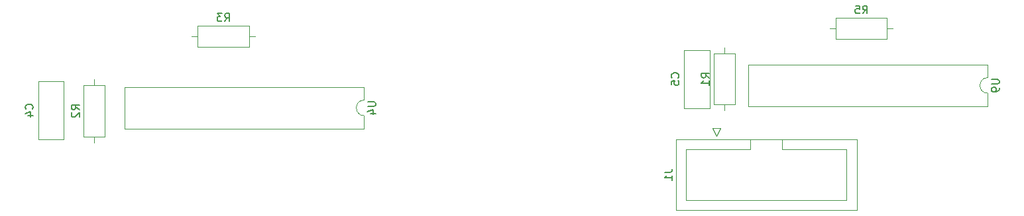
<source format=gbr>
%TF.GenerationSoftware,KiCad,Pcbnew,9.0.7*%
%TF.CreationDate,2026-01-05T14:29:03+01:00*%
%TF.ProjectId,display-Schematic,64697370-6c61-4792-9d53-6368656d6174,rev?*%
%TF.SameCoordinates,Original*%
%TF.FileFunction,Legend,Bot*%
%TF.FilePolarity,Positive*%
%FSLAX46Y46*%
G04 Gerber Fmt 4.6, Leading zero omitted, Abs format (unit mm)*
G04 Created by KiCad (PCBNEW 9.0.7) date 2026-01-05 14:29:03*
%MOMM*%
%LPD*%
G01*
G04 APERTURE LIST*
%ADD10C,0.150000*%
%ADD11C,0.120000*%
G04 APERTURE END LIST*
D10*
X185104819Y-97048095D02*
X185914342Y-97048095D01*
X185914342Y-97048095D02*
X186009580Y-97095714D01*
X186009580Y-97095714D02*
X186057200Y-97143333D01*
X186057200Y-97143333D02*
X186104819Y-97238571D01*
X186104819Y-97238571D02*
X186104819Y-97429047D01*
X186104819Y-97429047D02*
X186057200Y-97524285D01*
X186057200Y-97524285D02*
X186009580Y-97571904D01*
X186009580Y-97571904D02*
X185914342Y-97619523D01*
X185914342Y-97619523D02*
X185104819Y-97619523D01*
X186104819Y-98143333D02*
X186104819Y-98333809D01*
X186104819Y-98333809D02*
X186057200Y-98429047D01*
X186057200Y-98429047D02*
X186009580Y-98476666D01*
X186009580Y-98476666D02*
X185866723Y-98571904D01*
X185866723Y-98571904D02*
X185676247Y-98619523D01*
X185676247Y-98619523D02*
X185295295Y-98619523D01*
X185295295Y-98619523D02*
X185200057Y-98571904D01*
X185200057Y-98571904D02*
X185152438Y-98524285D01*
X185152438Y-98524285D02*
X185104819Y-98429047D01*
X185104819Y-98429047D02*
X185104819Y-98238571D01*
X185104819Y-98238571D02*
X185152438Y-98143333D01*
X185152438Y-98143333D02*
X185200057Y-98095714D01*
X185200057Y-98095714D02*
X185295295Y-98048095D01*
X185295295Y-98048095D02*
X185533390Y-98048095D01*
X185533390Y-98048095D02*
X185628628Y-98095714D01*
X185628628Y-98095714D02*
X185676247Y-98143333D01*
X185676247Y-98143333D02*
X185723866Y-98238571D01*
X185723866Y-98238571D02*
X185723866Y-98429047D01*
X185723866Y-98429047D02*
X185676247Y-98524285D01*
X185676247Y-98524285D02*
X185628628Y-98571904D01*
X185628628Y-98571904D02*
X185533390Y-98619523D01*
X145109580Y-96833333D02*
X145157200Y-96785714D01*
X145157200Y-96785714D02*
X145204819Y-96642857D01*
X145204819Y-96642857D02*
X145204819Y-96547619D01*
X145204819Y-96547619D02*
X145157200Y-96404762D01*
X145157200Y-96404762D02*
X145061961Y-96309524D01*
X145061961Y-96309524D02*
X144966723Y-96261905D01*
X144966723Y-96261905D02*
X144776247Y-96214286D01*
X144776247Y-96214286D02*
X144633390Y-96214286D01*
X144633390Y-96214286D02*
X144442914Y-96261905D01*
X144442914Y-96261905D02*
X144347676Y-96309524D01*
X144347676Y-96309524D02*
X144252438Y-96404762D01*
X144252438Y-96404762D02*
X144204819Y-96547619D01*
X144204819Y-96547619D02*
X144204819Y-96642857D01*
X144204819Y-96642857D02*
X144252438Y-96785714D01*
X144252438Y-96785714D02*
X144300057Y-96833333D01*
X144204819Y-97738095D02*
X144204819Y-97261905D01*
X144204819Y-97261905D02*
X144681009Y-97214286D01*
X144681009Y-97214286D02*
X144633390Y-97261905D01*
X144633390Y-97261905D02*
X144585771Y-97357143D01*
X144585771Y-97357143D02*
X144585771Y-97595238D01*
X144585771Y-97595238D02*
X144633390Y-97690476D01*
X144633390Y-97690476D02*
X144681009Y-97738095D01*
X144681009Y-97738095D02*
X144776247Y-97785714D01*
X144776247Y-97785714D02*
X145014342Y-97785714D01*
X145014342Y-97785714D02*
X145109580Y-97738095D01*
X145109580Y-97738095D02*
X145157200Y-97690476D01*
X145157200Y-97690476D02*
X145204819Y-97595238D01*
X145204819Y-97595238D02*
X145204819Y-97357143D01*
X145204819Y-97357143D02*
X145157200Y-97261905D01*
X145157200Y-97261905D02*
X145109580Y-97214286D01*
X62609580Y-100833333D02*
X62657200Y-100785714D01*
X62657200Y-100785714D02*
X62704819Y-100642857D01*
X62704819Y-100642857D02*
X62704819Y-100547619D01*
X62704819Y-100547619D02*
X62657200Y-100404762D01*
X62657200Y-100404762D02*
X62561961Y-100309524D01*
X62561961Y-100309524D02*
X62466723Y-100261905D01*
X62466723Y-100261905D02*
X62276247Y-100214286D01*
X62276247Y-100214286D02*
X62133390Y-100214286D01*
X62133390Y-100214286D02*
X61942914Y-100261905D01*
X61942914Y-100261905D02*
X61847676Y-100309524D01*
X61847676Y-100309524D02*
X61752438Y-100404762D01*
X61752438Y-100404762D02*
X61704819Y-100547619D01*
X61704819Y-100547619D02*
X61704819Y-100642857D01*
X61704819Y-100642857D02*
X61752438Y-100785714D01*
X61752438Y-100785714D02*
X61800057Y-100833333D01*
X62038152Y-101690476D02*
X62704819Y-101690476D01*
X61657200Y-101452381D02*
X62371485Y-101214286D01*
X62371485Y-101214286D02*
X62371485Y-101833333D01*
X149084819Y-96833333D02*
X148608628Y-96500000D01*
X149084819Y-96261905D02*
X148084819Y-96261905D01*
X148084819Y-96261905D02*
X148084819Y-96642857D01*
X148084819Y-96642857D02*
X148132438Y-96738095D01*
X148132438Y-96738095D02*
X148180057Y-96785714D01*
X148180057Y-96785714D02*
X148275295Y-96833333D01*
X148275295Y-96833333D02*
X148418152Y-96833333D01*
X148418152Y-96833333D02*
X148513390Y-96785714D01*
X148513390Y-96785714D02*
X148561009Y-96738095D01*
X148561009Y-96738095D02*
X148608628Y-96642857D01*
X148608628Y-96642857D02*
X148608628Y-96261905D01*
X149084819Y-97785714D02*
X149084819Y-97214286D01*
X149084819Y-97500000D02*
X148084819Y-97500000D01*
X148084819Y-97500000D02*
X148227676Y-97404762D01*
X148227676Y-97404762D02*
X148322914Y-97309524D01*
X148322914Y-97309524D02*
X148370533Y-97214286D01*
X87166666Y-89584819D02*
X87499999Y-89108628D01*
X87738094Y-89584819D02*
X87738094Y-88584819D01*
X87738094Y-88584819D02*
X87357142Y-88584819D01*
X87357142Y-88584819D02*
X87261904Y-88632438D01*
X87261904Y-88632438D02*
X87214285Y-88680057D01*
X87214285Y-88680057D02*
X87166666Y-88775295D01*
X87166666Y-88775295D02*
X87166666Y-88918152D01*
X87166666Y-88918152D02*
X87214285Y-89013390D01*
X87214285Y-89013390D02*
X87261904Y-89061009D01*
X87261904Y-89061009D02*
X87357142Y-89108628D01*
X87357142Y-89108628D02*
X87738094Y-89108628D01*
X86833332Y-88584819D02*
X86214285Y-88584819D01*
X86214285Y-88584819D02*
X86547618Y-88965771D01*
X86547618Y-88965771D02*
X86404761Y-88965771D01*
X86404761Y-88965771D02*
X86309523Y-89013390D01*
X86309523Y-89013390D02*
X86261904Y-89061009D01*
X86261904Y-89061009D02*
X86214285Y-89156247D01*
X86214285Y-89156247D02*
X86214285Y-89394342D01*
X86214285Y-89394342D02*
X86261904Y-89489580D01*
X86261904Y-89489580D02*
X86309523Y-89537200D01*
X86309523Y-89537200D02*
X86404761Y-89584819D01*
X86404761Y-89584819D02*
X86690475Y-89584819D01*
X86690475Y-89584819D02*
X86785713Y-89537200D01*
X86785713Y-89537200D02*
X86833332Y-89489580D01*
X168666666Y-88584819D02*
X168999999Y-88108628D01*
X169238094Y-88584819D02*
X169238094Y-87584819D01*
X169238094Y-87584819D02*
X168857142Y-87584819D01*
X168857142Y-87584819D02*
X168761904Y-87632438D01*
X168761904Y-87632438D02*
X168714285Y-87680057D01*
X168714285Y-87680057D02*
X168666666Y-87775295D01*
X168666666Y-87775295D02*
X168666666Y-87918152D01*
X168666666Y-87918152D02*
X168714285Y-88013390D01*
X168714285Y-88013390D02*
X168761904Y-88061009D01*
X168761904Y-88061009D02*
X168857142Y-88108628D01*
X168857142Y-88108628D02*
X169238094Y-88108628D01*
X167761904Y-87584819D02*
X168238094Y-87584819D01*
X168238094Y-87584819D02*
X168285713Y-88061009D01*
X168285713Y-88061009D02*
X168238094Y-88013390D01*
X168238094Y-88013390D02*
X168142856Y-87965771D01*
X168142856Y-87965771D02*
X167904761Y-87965771D01*
X167904761Y-87965771D02*
X167809523Y-88013390D01*
X167809523Y-88013390D02*
X167761904Y-88061009D01*
X167761904Y-88061009D02*
X167714285Y-88156247D01*
X167714285Y-88156247D02*
X167714285Y-88394342D01*
X167714285Y-88394342D02*
X167761904Y-88489580D01*
X167761904Y-88489580D02*
X167809523Y-88537200D01*
X167809523Y-88537200D02*
X167904761Y-88584819D01*
X167904761Y-88584819D02*
X168142856Y-88584819D01*
X168142856Y-88584819D02*
X168238094Y-88537200D01*
X168238094Y-88537200D02*
X168285713Y-88489580D01*
X143354819Y-108936666D02*
X144069104Y-108936666D01*
X144069104Y-108936666D02*
X144211961Y-108889047D01*
X144211961Y-108889047D02*
X144307200Y-108793809D01*
X144307200Y-108793809D02*
X144354819Y-108650952D01*
X144354819Y-108650952D02*
X144354819Y-108555714D01*
X144354819Y-109936666D02*
X144354819Y-109365238D01*
X144354819Y-109650952D02*
X143354819Y-109650952D01*
X143354819Y-109650952D02*
X143497676Y-109555714D01*
X143497676Y-109555714D02*
X143592914Y-109460476D01*
X143592914Y-109460476D02*
X143640533Y-109365238D01*
X68584819Y-100913333D02*
X68108628Y-100580000D01*
X68584819Y-100341905D02*
X67584819Y-100341905D01*
X67584819Y-100341905D02*
X67584819Y-100722857D01*
X67584819Y-100722857D02*
X67632438Y-100818095D01*
X67632438Y-100818095D02*
X67680057Y-100865714D01*
X67680057Y-100865714D02*
X67775295Y-100913333D01*
X67775295Y-100913333D02*
X67918152Y-100913333D01*
X67918152Y-100913333D02*
X68013390Y-100865714D01*
X68013390Y-100865714D02*
X68061009Y-100818095D01*
X68061009Y-100818095D02*
X68108628Y-100722857D01*
X68108628Y-100722857D02*
X68108628Y-100341905D01*
X67680057Y-101294286D02*
X67632438Y-101341905D01*
X67632438Y-101341905D02*
X67584819Y-101437143D01*
X67584819Y-101437143D02*
X67584819Y-101675238D01*
X67584819Y-101675238D02*
X67632438Y-101770476D01*
X67632438Y-101770476D02*
X67680057Y-101818095D01*
X67680057Y-101818095D02*
X67775295Y-101865714D01*
X67775295Y-101865714D02*
X67870533Y-101865714D01*
X67870533Y-101865714D02*
X68013390Y-101818095D01*
X68013390Y-101818095D02*
X68584819Y-101246667D01*
X68584819Y-101246667D02*
X68584819Y-101865714D01*
X105444819Y-99928095D02*
X106254342Y-99928095D01*
X106254342Y-99928095D02*
X106349580Y-99975714D01*
X106349580Y-99975714D02*
X106397200Y-100023333D01*
X106397200Y-100023333D02*
X106444819Y-100118571D01*
X106444819Y-100118571D02*
X106444819Y-100309047D01*
X106444819Y-100309047D02*
X106397200Y-100404285D01*
X106397200Y-100404285D02*
X106349580Y-100451904D01*
X106349580Y-100451904D02*
X106254342Y-100499523D01*
X106254342Y-100499523D02*
X105444819Y-100499523D01*
X105778152Y-101404285D02*
X106444819Y-101404285D01*
X105397200Y-101166190D02*
X106111485Y-100928095D01*
X106111485Y-100928095D02*
X106111485Y-101547142D01*
D11*
%TO.C,U9*%
X154050000Y-95160000D02*
X184650000Y-95160000D01*
X154050000Y-100460000D02*
X154050000Y-95160000D01*
X184650000Y-95160000D02*
X184650000Y-96810000D01*
X184650000Y-98810000D02*
X184650000Y-100460000D01*
X184650000Y-100460000D02*
X154050000Y-100460000D01*
X184650000Y-98810000D02*
G75*
G02*
X184650000Y-96810000I0J1000000D01*
G01*
%TO.C,C5*%
X145880000Y-93280000D02*
X145880000Y-100720000D01*
X145880000Y-100720000D02*
X149120000Y-100720000D01*
X149120000Y-93280000D02*
X145880000Y-93280000D01*
X149120000Y-100720000D02*
X149120000Y-93280000D01*
%TO.C,C4*%
X63380000Y-97280000D02*
X63380000Y-104720000D01*
X63380000Y-104720000D02*
X66620000Y-104720000D01*
X66620000Y-97280000D02*
X63380000Y-97280000D01*
X66620000Y-104720000D02*
X66620000Y-97280000D01*
%TO.C,R1*%
X151000000Y-92960000D02*
X151000000Y-93730000D01*
X151000000Y-101040000D02*
X151000000Y-100270000D01*
X149630000Y-93730000D02*
X152370000Y-93730000D01*
X152370000Y-100270000D01*
X149630000Y-100270000D01*
X149630000Y-93730000D01*
%TO.C,R3*%
X82960000Y-91500000D02*
X83730000Y-91500000D01*
X91040000Y-91500000D02*
X90270000Y-91500000D01*
X90270000Y-90130000D02*
X83730000Y-90130000D01*
X83730000Y-92870000D01*
X90270000Y-92870000D01*
X90270000Y-90130000D01*
%TO.C,R5*%
X164460000Y-90500000D02*
X165230000Y-90500000D01*
X172540000Y-90500000D02*
X171770000Y-90500000D01*
X171770000Y-89130000D02*
X165230000Y-89130000D01*
X165230000Y-91870000D01*
X171770000Y-91870000D01*
X171770000Y-89130000D01*
%TO.C,J1*%
X144790000Y-104710000D02*
X144790000Y-113830000D01*
X144790000Y-113830000D02*
X167910000Y-113830000D01*
X146090000Y-106020000D02*
X146090000Y-112520000D01*
X146090000Y-112520000D02*
X166610000Y-112520000D01*
X149500000Y-103320000D02*
X150500000Y-103320000D01*
X150000000Y-104320000D02*
X149500000Y-103320000D01*
X150500000Y-103320000D02*
X150000000Y-104320000D01*
X154300000Y-104710000D02*
X154300000Y-106020000D01*
X154300000Y-106020000D02*
X146090000Y-106020000D01*
X158400000Y-106020000D02*
X158400000Y-104710000D01*
X166610000Y-106020000D02*
X158400000Y-106020000D01*
X166610000Y-112520000D02*
X166610000Y-106020000D01*
X167910000Y-104710000D02*
X144790000Y-104710000D01*
X167910000Y-113830000D02*
X167910000Y-104710000D01*
%TO.C,R2*%
X70500000Y-97040000D02*
X70500000Y-97810000D01*
X70500000Y-105120000D02*
X70500000Y-104350000D01*
X69130000Y-97810000D02*
X71870000Y-97810000D01*
X71870000Y-104350000D01*
X69130000Y-104350000D01*
X69130000Y-97810000D01*
%TO.C,U4*%
X74390000Y-98040000D02*
X104990000Y-98040000D01*
X74390000Y-103340000D02*
X74390000Y-98040000D01*
X104990000Y-98040000D02*
X104990000Y-99690000D01*
X104990000Y-101690000D02*
X104990000Y-103340000D01*
X104990000Y-103340000D02*
X74390000Y-103340000D01*
X104990000Y-101690000D02*
G75*
G02*
X104990000Y-99690000I0J1000000D01*
G01*
%TD*%
M02*

</source>
